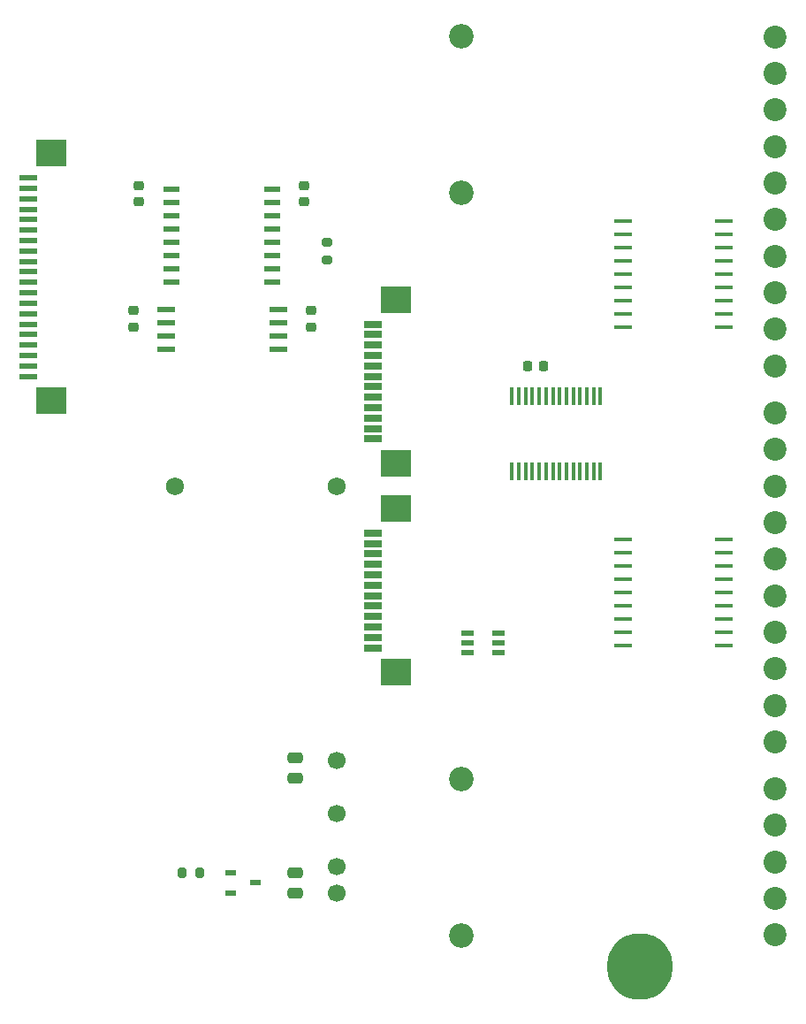
<source format=gbr>
%TF.GenerationSoftware,KiCad,Pcbnew,9.0.3*%
%TF.CreationDate,2025-09-01T09:15:08+03:00*%
%TF.ProjectId,PMCNV-DQ16src,504d434e-562d-4445-9131-367372632e6b,rev?*%
%TF.SameCoordinates,Original*%
%TF.FileFunction,Soldermask,Top*%
%TF.FilePolarity,Negative*%
%FSLAX46Y46*%
G04 Gerber Fmt 4.6, Leading zero omitted, Abs format (unit mm)*
G04 Created by KiCad (PCBNEW 9.0.3) date 2025-09-01 09:15:08*
%MOMM*%
%LPD*%
G01*
G04 APERTURE LIST*
G04 Aperture macros list*
%AMRoundRect*
0 Rectangle with rounded corners*
0 $1 Rounding radius*
0 $2 $3 $4 $5 $6 $7 $8 $9 X,Y pos of 4 corners*
0 Add a 4 corners polygon primitive as box body*
4,1,4,$2,$3,$4,$5,$6,$7,$8,$9,$2,$3,0*
0 Add four circle primitives for the rounded corners*
1,1,$1+$1,$2,$3*
1,1,$1+$1,$4,$5*
1,1,$1+$1,$6,$7*
1,1,$1+$1,$8,$9*
0 Add four rect primitives between the rounded corners*
20,1,$1+$1,$2,$3,$4,$5,0*
20,1,$1+$1,$4,$5,$6,$7,0*
20,1,$1+$1,$6,$7,$8,$9,0*
20,1,$1+$1,$8,$9,$2,$3,0*%
G04 Aperture macros list end*
%ADD10C,2.200000*%
%ADD11R,1.716000X0.450800*%
%ADD12C,2.350000*%
%ADD13RoundRect,0.225000X0.225000X0.250000X-0.225000X0.250000X-0.225000X-0.250000X0.225000X-0.250000X0*%
%ADD14R,1.181100X0.558800*%
%ADD15RoundRect,0.225000X-0.250000X0.225000X-0.250000X-0.225000X0.250000X-0.225000X0.250000X0.225000X0*%
%ADD16RoundRect,0.250000X0.475000X-0.250000X0.475000X0.250000X-0.475000X0.250000X-0.475000X-0.250000X0*%
%ADD17R,1.803400X0.635000*%
%ADD18R,2.997200X2.590800*%
%ADD19RoundRect,0.250000X-0.475000X0.250000X-0.475000X-0.250000X0.475000X-0.250000X0.475000X0.250000X0*%
%ADD20RoundRect,0.200000X-0.200000X-0.275000X0.200000X-0.275000X0.200000X0.275000X-0.200000X0.275000X0*%
%ADD21R,0.977900X0.508000*%
%ADD22R,1.701800X0.558800*%
%ADD23C,1.700000*%
%ADD24R,0.431800X1.655601*%
%ADD25R,1.549400X0.482600*%
%ADD26RoundRect,0.200000X0.275000X-0.200000X0.275000X0.200000X-0.275000X0.200000X-0.275000X-0.200000X0*%
%ADD27R,1.800000X0.600000*%
%ADD28R,3.000000X2.600000*%
%ADD29O,6.350000X6.350000*%
%ADD30C,1.725000*%
G04 APERTURE END LIST*
D10*
%TO.C,J6*%
X35000000Y-43000000D03*
X35000000Y-39500000D03*
X35000000Y-36000000D03*
X35000000Y-32500000D03*
X35000000Y-29000000D03*
%TD*%
D11*
%TO.C,U6*%
X20389202Y25400000D03*
X20389202Y24130000D03*
X20389202Y22860000D03*
X20389202Y21590000D03*
X20389202Y20320000D03*
X20389202Y19050000D03*
X20389202Y17780000D03*
X20389202Y16510000D03*
X20389202Y15240000D03*
X30090798Y15240000D03*
X30090798Y16510000D03*
X30090798Y17780000D03*
X30090798Y19050000D03*
X30090798Y20320000D03*
X30090798Y21590000D03*
X30090798Y22860000D03*
X30090798Y24130000D03*
X30090798Y25400000D03*
%TD*%
D10*
%TO.C,J5*%
X35000000Y-24500000D03*
X35000000Y-21000000D03*
X35000000Y-17500000D03*
X35000000Y-14000000D03*
X35000000Y-10500000D03*
X35000000Y-7000000D03*
X35000000Y-3500000D03*
X35000000Y0D03*
X35000000Y3500000D03*
X35000000Y7000000D03*
%TD*%
%TO.C,J3*%
X35000000Y11500000D03*
X35000000Y15000000D03*
X35000000Y18500000D03*
X35000000Y22000000D03*
X35000000Y25500000D03*
X35000000Y29000000D03*
X35000000Y32500000D03*
X35000000Y36000000D03*
X35000000Y39500000D03*
X35000000Y43000000D03*
%TD*%
D12*
%TO.C,U8*%
X4920000Y28060000D03*
X4920000Y43060000D03*
%TD*%
D13*
%TO.C,C7*%
X12775000Y11500000D03*
X11225000Y11500000D03*
%TD*%
D14*
%TO.C,U10*%
X8466850Y-15950001D03*
X8466850Y-15000000D03*
X8466850Y-14049999D03*
X5533150Y-14049999D03*
X5533150Y-15000000D03*
X5533150Y-15950001D03*
%TD*%
D15*
%TO.C,C1*%
X-26000000Y28775000D03*
X-26000000Y27225000D03*
%TD*%
D16*
%TO.C,C3*%
X-11000000Y-38950000D03*
X-11000000Y-37050000D03*
%TD*%
D12*
%TO.C,U9*%
X4920000Y-28060000D03*
X4920000Y-43060000D03*
%TD*%
D17*
%TO.C,J4*%
X-3556000Y-15499992D03*
X-3556000Y-14499994D03*
X-3556000Y-13499996D03*
X-3556000Y-12499998D03*
X-3556000Y-11500000D03*
X-3556000Y-10500000D03*
X-3556000Y-9500000D03*
X-3556000Y-8500000D03*
X-3556000Y-7500002D03*
X-3556000Y-6500004D03*
X-3556000Y-5500006D03*
X-3556000Y-4500008D03*
D18*
X-1385999Y-17850003D03*
X-1385999Y-2149997D03*
%TD*%
D19*
%TO.C,C4*%
X-11000000Y-26050000D03*
X-11000000Y-27950000D03*
%TD*%
D20*
%TO.C,R21*%
X-21825000Y-37000000D03*
X-20175000Y-37000000D03*
%TD*%
D11*
%TO.C,U7*%
X20389202Y-5080000D03*
X20389202Y-6350000D03*
X20389202Y-7620000D03*
X20389202Y-8890000D03*
X20389202Y-10160000D03*
X20389202Y-11430000D03*
X20389202Y-12700000D03*
X20389202Y-13970000D03*
X20389202Y-15240000D03*
X30090798Y-15240000D03*
X30090798Y-13970000D03*
X30090798Y-12700000D03*
X30090798Y-11430000D03*
X30090798Y-10160000D03*
X30090798Y-8890000D03*
X30090798Y-7620000D03*
X30090798Y-6350000D03*
X30090798Y-5080000D03*
%TD*%
D21*
%TO.C,Q1*%
X-17187450Y-37047500D03*
X-17187450Y-38952500D03*
X-14812550Y-38000000D03*
%TD*%
D22*
%TO.C,U11*%
X-23384800Y16905000D03*
X-23384800Y15635000D03*
X-23384800Y14365000D03*
X-23384800Y13095000D03*
X-12615200Y13095000D03*
X-12615200Y14365000D03*
X-12615200Y15635000D03*
X-12615200Y16905000D03*
%TD*%
D23*
%TO.C,PS1*%
X-7000000Y-39000000D03*
X-7000000Y-36460000D03*
X-7000000Y-31380000D03*
X-7000000Y-26300000D03*
%TD*%
D24*
%TO.C,U3*%
X18225000Y8627801D03*
X17574999Y8627801D03*
X16925000Y8627801D03*
X16274999Y8627801D03*
X15625001Y8627801D03*
X14974999Y8627801D03*
X14325001Y8627801D03*
X13675002Y8627801D03*
X13025001Y8627801D03*
X12375002Y8627801D03*
X11725001Y8627801D03*
X11075002Y8627801D03*
X10425001Y8627801D03*
X9775002Y8627801D03*
X9775000Y1372199D03*
X10425001Y1372199D03*
X11075000Y1372199D03*
X11725001Y1372199D03*
X12374999Y1372199D03*
X13025001Y1372199D03*
X13674999Y1372199D03*
X14325001Y1372199D03*
X14974999Y1372199D03*
X15625001Y1372199D03*
X16274999Y1372199D03*
X16925000Y1372199D03*
X17574999Y1372199D03*
X18225000Y1372199D03*
%TD*%
D25*
%TO.C,U4*%
X-22826000Y28445000D03*
X-22826000Y27175000D03*
X-22826000Y25905000D03*
X-22826000Y24635000D03*
X-22826000Y23365000D03*
X-22826000Y22095000D03*
X-22826000Y20825000D03*
X-22826000Y19555000D03*
X-13174000Y19555000D03*
X-13174000Y20825000D03*
X-13174000Y22095000D03*
X-13174000Y23365000D03*
X-13174000Y24635000D03*
X-13174000Y25905000D03*
X-13174000Y27175000D03*
X-13174000Y28445000D03*
%TD*%
D17*
%TO.C,J2*%
X-3556000Y4500008D03*
X-3556000Y5500006D03*
X-3556000Y6500004D03*
X-3556000Y7500002D03*
X-3556000Y8500000D03*
X-3556000Y9500000D03*
X-3556000Y10500000D03*
X-3556000Y11500000D03*
X-3556000Y12499998D03*
X-3556000Y13499996D03*
X-3556000Y14499994D03*
X-3556000Y15499992D03*
D18*
X-1385999Y2149997D03*
X-1385999Y17850003D03*
%TD*%
D15*
%TO.C,C6*%
X-26500000Y16775000D03*
X-26500000Y15225000D03*
%TD*%
D26*
%TO.C,R1*%
X-8000000Y21675000D03*
X-8000000Y23325000D03*
%TD*%
D27*
%TO.C,JM1*%
X-36546000Y10500000D03*
X-36546000Y11500000D03*
X-36546000Y12500000D03*
X-36546000Y13500000D03*
X-36546000Y14500000D03*
X-36546000Y15500000D03*
X-36546000Y16500000D03*
X-36546000Y17500000D03*
X-36546000Y18500000D03*
X-36546000Y19500000D03*
X-36546000Y20500000D03*
X-36546000Y21500000D03*
X-36546000Y22500000D03*
X-36546000Y23500000D03*
X-36546000Y24500000D03*
X-36546000Y25500000D03*
X-36546000Y26500000D03*
X-36546000Y27500000D03*
X-36546000Y28500000D03*
X-36546000Y29500000D03*
D28*
X-34375000Y8150000D03*
X-34375000Y31850000D03*
%TD*%
D15*
%TO.C,C2*%
X-10145000Y28775000D03*
X-10145000Y27225000D03*
%TD*%
D29*
%TO.C,PE1*%
X22000000Y-46000000D03*
%TD*%
D30*
%TO.C,U2*%
X-22500000Y0D03*
%TD*%
%TO.C,U5*%
X-7000000Y0D03*
%TD*%
D15*
%TO.C,C5*%
X-9500000Y16775000D03*
X-9500000Y15225000D03*
%TD*%
M02*

</source>
